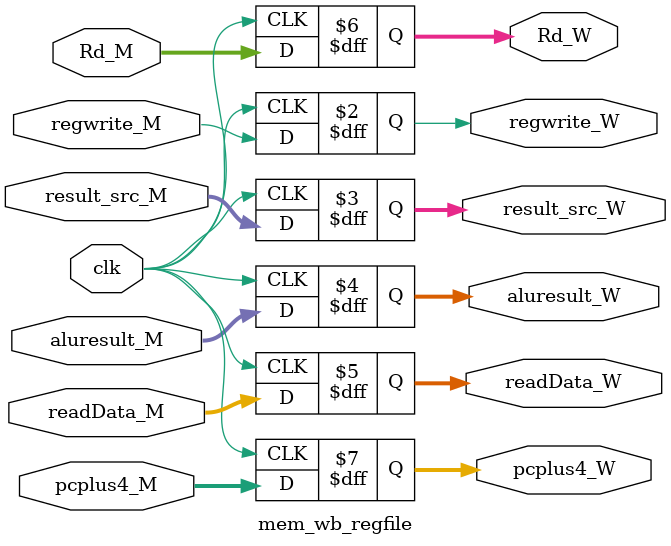
<source format=sv>
module mem_wb_regfile (input logic clk,
		       input logic regwrite_M,
		       input logic [1:0] result_src_M,
		       input logic [31:0] aluresult_M,
		       input logic [31:0] readData_M,
		       input logic [4:0] Rd_M,
		       input logic [31:0] pcplus4_M,
		       output logic regwrite_W,
		       output logic [1:0] result_src_W,
		       output logic [31:0] aluresult_W,
		       output logic [31:0] readData_W,
		       output logic [4:0] Rd_W,
		       output logic [31:0] pcplus4_W);


    always_ff @(posedge clk)
	begin
		regwrite_W   <= regwrite_M;
		result_src_W <= result_src_M;
		aluresult_W  <= aluresult_M;
		readData_W   <= readData_M;
		Rd_W         <= Rd_M;
		pcplus4_W    <= pcplus4_M;
	end

endmodule  

</source>
